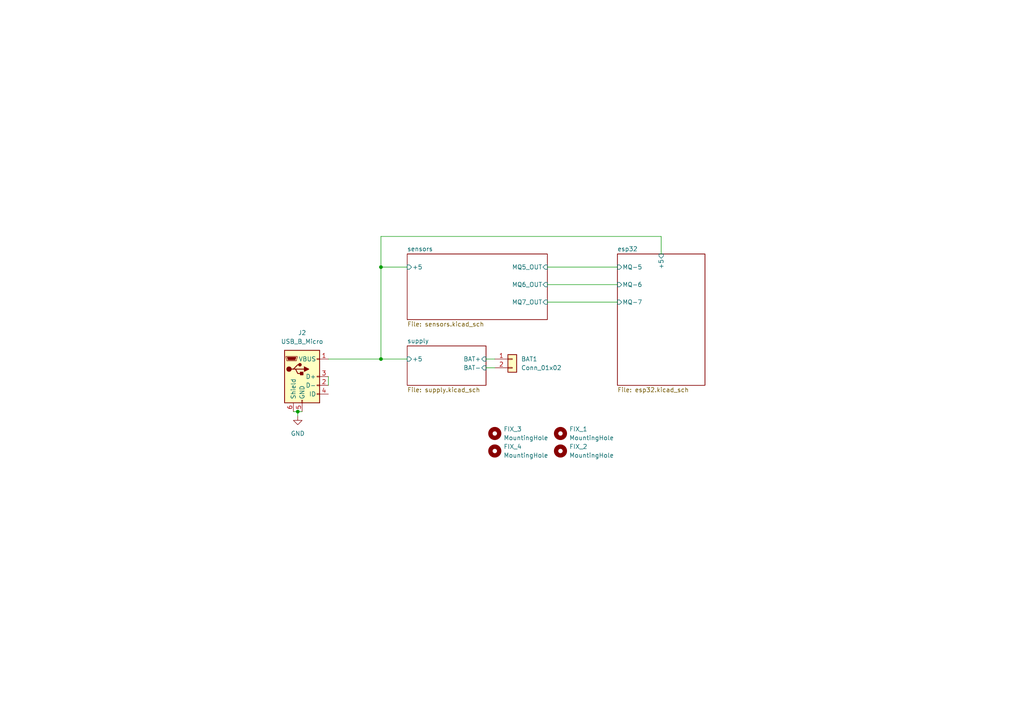
<source format=kicad_sch>
(kicad_sch (version 20230121) (generator eeschema)
  (paper "A4")
  (title_block (title "Módulo do sensor PI2") (date "2023-10-09") (rev "1.0.0") (company "IFSC - Projeto Integrador 2"))
  (lib_symbols
    (symbol "Connector:USB_B_Micro" (pin_names (offset 1.016))
      (property "Reference" "J" (at -5.08 11.43 0))
      (property "Value" "USB_B_Micro" (at -5.08 8.89 0))
      (symbol "USB_B_Micro_0_1"
        (rectangle (start -5.08 -7.62) (end 5.08 7.62) (stroke (width 0.254)) (fill (type background)))
        (circle (center -3.81 2.159) (radius 0.635) (stroke (width 0.254)) (fill (type outline)))
        (circle (center -0.635 3.429) (radius 0.381) (stroke (width 0.254)) (fill (type outline)))
        (rectangle (start -0.127 -7.62) (end 0.127 -6.858))
        (polyline (pts (xy -1.905 2.159) (xy 0.635 2.159)) (stroke (width 0.254)))
        (polyline (pts (xy -3.175 2.159) (xy -2.54 2.159) (xy -1.27 3.429) (xy -0.635 3.429)) (stroke (width 0.254)))
        (polyline (pts (xy -2.54 2.159) (xy -1.905 2.159) (xy -1.27 0.889) (xy 0 0.889)) (stroke (width 0.254)))
        (polyline (pts (xy 0.635 2.794) (xy 0.635 1.524) (xy 1.905 2.159) (xy 0.635 2.794)) (stroke (width 0.254)) (fill (type outline)))
        (polyline (pts (xy -4.318 5.588) (xy -1.778 5.588) (xy -2.032 4.826) (xy -4.064 4.826) (xy -4.318 5.588)) (fill (type outline)))
        (polyline (pts (xy -4.699 5.842) (xy -4.699 5.588) (xy -4.445 4.826) (xy -4.445 4.572) (xy -1.651 4.572) (xy -1.651 4.826) (xy -1.397 5.588) (xy -1.397 5.842) (xy -4.699 5.842)))
        (rectangle (start 0.254 1.27) (end -0.508 0.508) (stroke (width 0.254)) (fill (type outline)))
        (rectangle (start 5.08 -5.207) (end 4.318 -4.953))
        (rectangle (start 5.08 -2.667) (end 4.318 -2.413))
        (rectangle (start 5.08 -0.127) (end 4.318 0.127))
        (rectangle (start 5.08 4.953) (end 4.318 5.207))
      )
      (symbol "USB_B_Micro_1_1"
        (pin power_out line (at 7.62 5.08 180) (length 2.54) (name "VBUS") (number "1"))
        (pin bidirectional line (at 7.62 -2.54 180) (length 2.54) (name "D-") (number "2"))
        (pin bidirectional line (at 7.62 0 180) (length 2.54) (name "D+") (number "3"))
        (pin passive line (at 7.62 -5.08 180) (length 2.54) (name "ID") (number "4"))
        (pin power_out line (at 0 -10.16 90) (length 2.54) (name "GND") (number "5"))
        (pin passive line (at -2.54 -10.16 90) (length 2.54) (name "Shield") (number "6"))
      )
    )
    (symbol "Connector_Generic:Conn_01x02" (pin_names (offset 1.016) hide)
      (property "Reference" "J" (at 0 2.54 0))
      (property "Value" "Conn_01x02" (at 0 -5.08 0))
      (symbol "Conn_01x02_1_1"
        (rectangle (start -1.27 -2.413) (end 0 -2.667) (stroke (width 0.1524)))
        (rectangle (start -1.27 0.127) (end 0 -0.127) (stroke (width 0.1524)))
        (rectangle (start -1.27 1.27) (end 1.27 -3.81) (stroke (width 0.254)) (fill (type background)))
        (pin passive line (at -5.08 0 0) (length 3.81) (name "Pin_1") (number "1"))
        (pin passive line (at -5.08 -2.54 0) (length 3.81) (name "Pin_2") (number "2"))
      )
    )
    (symbol "Mechanical:MountingHole" (pin_names (offset 1.016))
      (property "Reference" "H" (at 0 5.08 0))
      (property "Value" "MountingHole" (at 0 3.175 0))
      (symbol "MountingHole_0_1"
        (circle (center 0 0) (radius 1.27) (stroke (width 1.27)))
      )
    )
    (symbol "power:GND" (power) (pin_names (offset 0))
      (property "Value" "GND" (at 0 -3.81 0))
      (symbol "GND_0_1"
        (polyline (pts (xy 0 0) (xy 0 -1.27) (xy 1.27 -1.27) (xy 0 -2.54) (xy -1.27 -1.27) (xy 0 -1.27)))
      )
      (symbol "GND_1_1"
        (pin power_in line (at 0 0 270) (length 0) hide (name "GND") (number "1"))
      )
    )
  )
  (junction (at 110.49 77.47))
  (junction (at 86.36 119.38))
  (junction (at 110.49 104.14))
  (wire (pts (xy 110.49 104.14) (xy 118.11 104.14)))
  (wire (pts (xy 110.49 77.47) (xy 118.11 77.47)))
  (wire (pts (xy 85.09 119.38) (xy 86.36 119.38)))
  (wire (pts (xy 158.75 77.47) (xy 179.07 77.47)))
  (wire (pts (xy 110.49 68.58) (xy 110.49 77.47)))
  (wire (pts (xy 95.25 109.22) (xy 95.25 111.76)))
  (wire (pts (xy 140.97 106.68) (xy 143.51 106.68)))
  (wire (pts (xy 140.97 104.14) (xy 143.51 104.14)))
  (wire (pts (xy 86.36 119.38) (xy 87.63 119.38)))
  (wire (pts (xy 191.77 73.66) (xy 191.77 68.58)))
  (wire (pts (xy 158.75 87.63) (xy 179.07 87.63)))
  (wire (pts (xy 86.36 120.65) (xy 86.36 119.38)))
  (wire (pts (xy 95.25 104.14) (xy 110.49 104.14)))
  (wire (pts (xy 110.49 104.14) (xy 110.49 77.47)))
  (wire (pts (xy 158.75 82.55) (xy 179.07 82.55)))
  (wire (pts (xy 191.77 68.58) (xy 110.49 68.58)))
  (symbol (lib_id "power:GND") (at 86.36 120.65 0) (unit 1)
    (property "Reference" "#PWR07" (effects hide))
    (property "Value" "GND" (at 86.36 125.73 0))
  )
  (symbol (lib_id "Mechanical:MountingHole") (at 143.51 125.73 0) (unit 1)
    (property "Reference" "FIX_3" (at 146.05 124.46 0) (effects (justify left)))
    (property "Value" "MountingHole" (at 146.05 127 0) (effects (justify left)))
    (property "Footprint" "MountingHole:MountingHole_3.5mm_Pad" (effects hide))
  )
  (symbol (lib_id "Mechanical:MountingHole") (at 162.56 125.73 0) (unit 1)
    (property "Reference" "FIX_1" (at 165.1 124.46 0) (effects (justify left)))
    (property "Value" "MountingHole" (at 165.1 127 0) (effects (justify left)))
    (property "Footprint" "MountingHole:MountingHole_3.5mm_Pad" (effects hide))
  )
  (symbol (lib_id "Mechanical:MountingHole") (at 162.56 130.81 0) (unit 1)
    (property "Reference" "FIX_2" (at 165.1 129.54 0) (effects (justify left)))
    (property "Value" "MountingHole" (at 165.1 132.08 0) (effects (justify left)))
    (property "Footprint" "MountingHole:MountingHole_3.5mm_Pad" (effects hide))
  )
  (symbol (lib_id "Connector_Generic:Conn_01x02") (at 148.59 104.14 0) (unit 1)
    (property "Reference" "BAT1" (at 151.13 104.14 0) (effects (justify left)))
    (property "Value" "Conn_01x02" (at 151.13 106.68 0) (effects (justify left)))
    (property "Footprint" "Connector_PinHeader_2.54mm:PinHeader_1x02_P2.54mm_Vertical" (effects hide))
  )
  (symbol (lib_id "Connector:USB_B_Micro") (at 87.63 109.22 0) (unit 1)
    (property "Reference" "J2" (at 87.63 96.52 0))
    (property "Value" "USB_B_Micro" (at 87.63 99.06 0))
    (property "Footprint" "PI:USB_Micro-B_Amphenol_10118193-0002LF_Horizontal" (effects hide))
  )
  (symbol (lib_id "Mechanical:MountingHole") (at 143.51 130.81 0) (unit 1)
    (property "Reference" "FIX_4" (at 146.05 129.54 0) (effects (justify left)))
    (property "Value" "MountingHole" (at 146.05 132.08 0) (effects (justify left)))
    (property "Footprint" "MountingHole:MountingHole_3.5mm_Pad" (effects hide))
  )
  (sheet (at 118.11 100.33) (size 22.86 11.43) (stroke (width 0.1524))
    (property "Sheetname" "supply" (at 118.11 99.6184 0) (effects (justify left bottom)))
    (property "Sheetfile" "supply.kicad_sch" (at 118.11 112.3446 0) (effects (justify left top)))
    (pin "+5" input (at 118.11 104.14 180))
    (pin "BAT+" input (at 140.97 104.14 0))
    (pin "BAT-" input (at 140.97 106.68 0))
  )
  (sheet (at 118.11 73.66) (size 40.64 19.05) (stroke (width 0.1524))
    (property "Sheetname" "sensors" (at 118.11 72.9484 0) (effects (justify left bottom)))
    (property "Sheetfile" "sensors.kicad_sch" (at 118.11 93.2946 0) (effects (justify left top)))
    (pin "MQ5_OUT" input (at 158.75 77.47 0))
    (pin "+5" input (at 118.11 77.47 180))
    (pin "MQ7_OUT" input (at 158.75 87.63 0))
    (pin "MQ6_OUT" input (at 158.75 82.55 0))
  )
  (sheet (at 179.07 73.66) (size 25.4 38.1) (stroke (width 0.1524))
    (property "Sheetname" "esp32" (at 179.07 72.9484 0) (effects (justify left bottom)))
    (property "Sheetfile" "esp32.kicad_sch" (at 179.07 112.3446 0) (effects (justify left top)))
    (pin "MQ-5" input (at 179.07 77.47 180))
    (pin "MQ-6" input (at 179.07 82.55 180))
    (pin "MQ-7" input (at 179.07 87.63 180))
    (pin "+5" input (at 191.77 73.66 90))
  )
)
</source>
